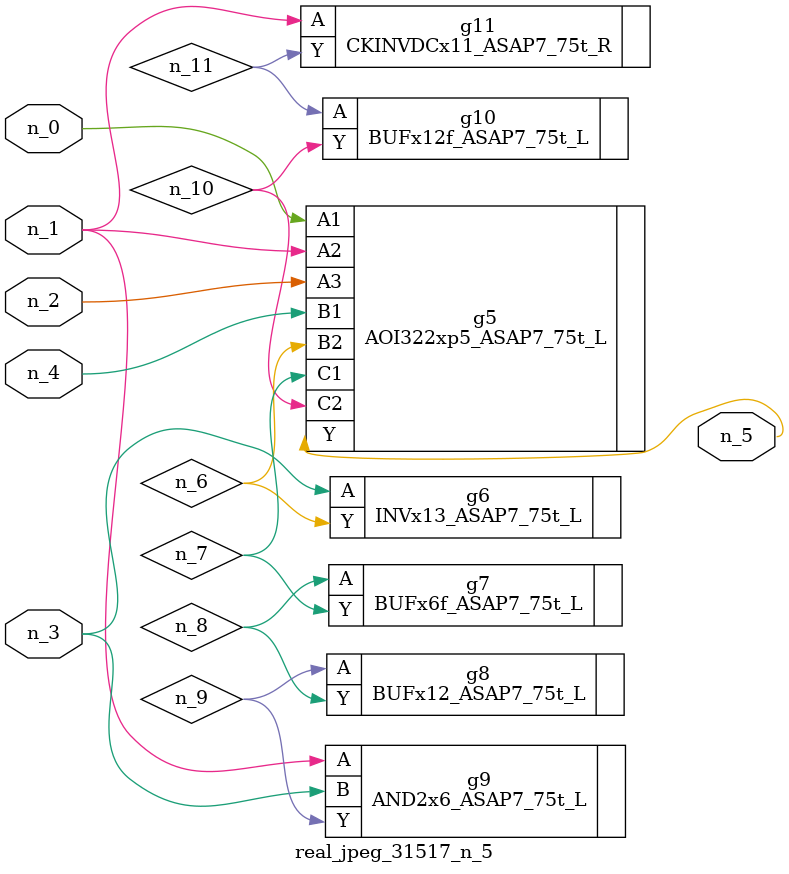
<source format=v>
module real_jpeg_31517_n_5 (n_4, n_0, n_1, n_2, n_3, n_5);

input n_4;
input n_0;
input n_1;
input n_2;
input n_3;

output n_5;

wire n_8;
wire n_11;
wire n_6;
wire n_7;
wire n_10;
wire n_9;

AOI322xp5_ASAP7_75t_L g5 ( 
.A1(n_0),
.A2(n_1),
.A3(n_2),
.B1(n_4),
.B2(n_6),
.C1(n_7),
.C2(n_10),
.Y(n_5)
);

AND2x6_ASAP7_75t_L g9 ( 
.A(n_1),
.B(n_3),
.Y(n_9)
);

CKINVDCx11_ASAP7_75t_R g11 ( 
.A(n_1),
.Y(n_11)
);

INVx13_ASAP7_75t_L g6 ( 
.A(n_3),
.Y(n_6)
);

BUFx6f_ASAP7_75t_L g7 ( 
.A(n_8),
.Y(n_7)
);

BUFx12_ASAP7_75t_L g8 ( 
.A(n_9),
.Y(n_8)
);

BUFx12f_ASAP7_75t_L g10 ( 
.A(n_11),
.Y(n_10)
);


endmodule
</source>
